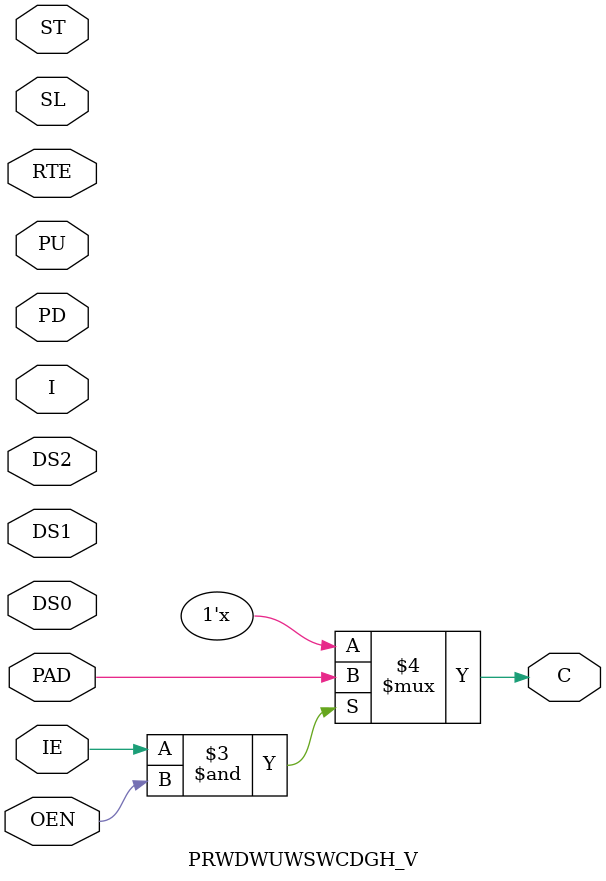
<source format=v>

module PRWDWUWSWCDGH_V (C, DS0, DS1, DS2, I, IE, OEN, PAD, PU, PD, ST, SL, RTE);

  input  DS0, DS1, DS2, I, IE, OEN, PU, PD, ST, SL, RTE;
  output C;
  input  PAD;
  
  assign C = ((IE == 1'b1) & (OEN ==1'b1)) ? PAD : 1'bz;

endmodule

</source>
